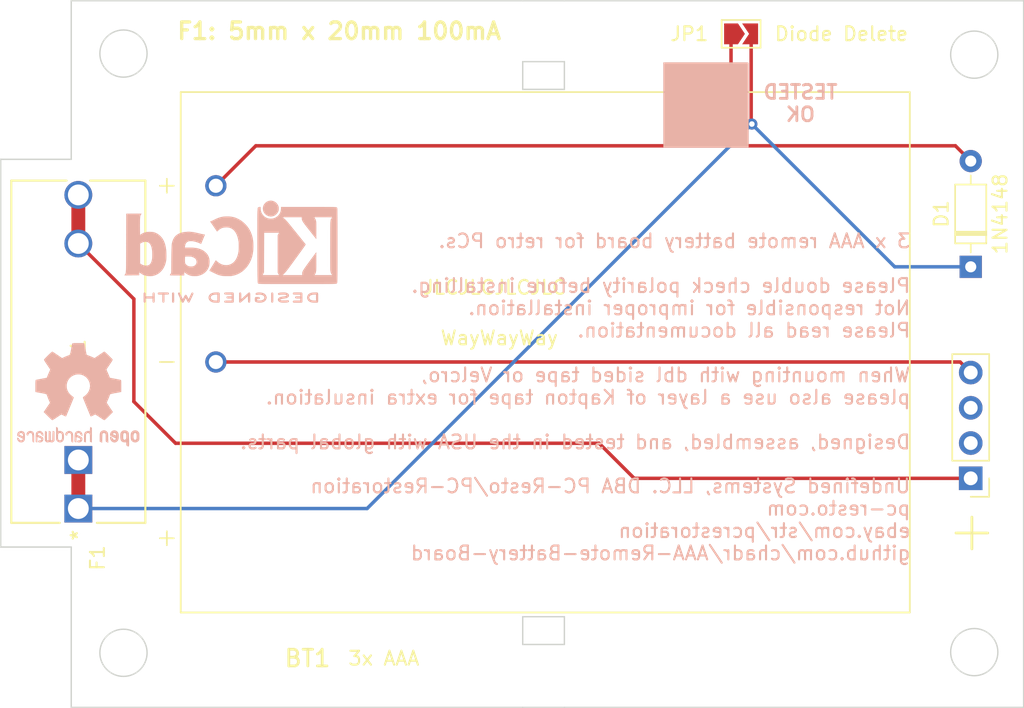
<source format=kicad_pcb>
(kicad_pcb (version 20240108) (generator "pcbnew") (generator_version "8.0")
  (layers (0 "F.Cu" signal) (31 "B.Cu" signal) (34 "B.Paste" user) (35 "F.Paste" user) (36 "B.SilkS" user "B.Silkscreen") (37 "F.SilkS" user "F.Silkscreen") (38 "B.Mask" user) (39 "F.Mask" user) (44 "Edge.Cuts" user))
  (net 0 "")
  (net 1 "Net-(D1-A)")
  (net 2 "Net-(J1-Pin_4)")
  (net 3 "Net-(D1-K)")
  (net 6 "Net-(J1-Pin_1)")
  (footprint "Connector_PinHeader_2.54mm:PinHeader_1x04_P2.54mm_Vertical" (layer "F.Cu") (at 175.26 89.027 180)
    (property "Reference" "J1" (hide yes))
    (property "Value" "To Mobo" (hide yes))
    (pad "1" thru_hole rect (at 0 0 180) (size 1.7 1.7) (drill 1) (layers "*.Cu" "*.Mask") (net 6 "Net-(J1-Pin_1)"))
    (pad "2" thru_hole oval (at 0 2.54 180) (size 1.7 1.7) (drill 1) (layers "*.Cu" "*.Mask"))
    (pad "3" thru_hole oval (at 0 5.08 180) (size 1.7 1.7) (drill 1) (layers "*.Cu" "*.Mask"))
    (pad "4" thru_hole oval (at 0 7.62 180) (size 1.7 1.7) (drill 1) (layers "*.Cu" "*.Mask") (net 2 "Net-(J1-Pin_4)"))
  )
  (footprint "Jumper:SolderJumper-2_P1.3mm_Open_TrianglePad1.0x1.5mm" (layer "F.Cu") (at 158.725 57)
    (property "Reference" "JP1" (at -3.725 0 0) (layer "F.SilkS"))
    (property "Value" "Diode Delete" (at 7.225 0 0) (layer "F.SilkS"))
    (pad "1" smd custom (at -0.725 0) (size 0.3 0.3) (layers "F.Cu" "F.Mask") (net 1 "Net-(D1-A)") (options (clearance outline) (anchor rect)) (primitives (gr_poly (pts (xy 1 0) (xy 0.5 0.75) (xy -0.5 0.75) (xy -0.5 -0.75) (xy 0.5 -0.75)) (width 0) (fill yes))))
    (pad "2" smd custom (at 0.725 0) (size 0.3 0.3) (layers "F.Cu" "F.Mask") (net 3 "Net-(D1-K)") (options (clearance outline) (anchor rect)) (primitives (gr_poly (pts (xy 0.5 0.75) (xy -0.65 0.75) (xy -0.15 0) (xy -0.65 -0.75) (xy 0.5 -0.75)) (width 0) (fill yes))))
  )
  (footprint "PCRestoLib:UniversalGreenFuseHolder" (layer "F.Cu") (at 111 91.205425 90)
    (property "Reference" "F1" (at 11.3 0 90) (layer "F.SilkS"))
    (property "Value" "100mA")
    (fp_line (start 19.1 0) (end 22.6 0) (stroke (width 1)) (layer "F.Cu"))
    (fp_line (start 0 0) (end 3.5 0) (stroke (width 1)) (layer "F.Cu"))
    (fp_text user "${REFERENCE}" (at -3.56 1.383 90) (layer "F.SilkS"))
    (fp_text user "*" (at -1.9207 0 90) (layer "F.SilkS"))
    (fp_text user "*" (at -1.9207 0 90) (layer "F.SilkS"))
    (pad "1" thru_hole rect (at 0 0 90) (size 2.0066 2.0066) (drill 1.4986) (layers "*.Cu" "*.Mask") (net 3 "Net-(D1-K)"))
    (pad "1" thru_hole rect (at 3.5 0 90) (size 2.0066 2.0066) (drill 1.4986) (layers "*.Cu" "*.Mask") (net 3 "Net-(D1-K)"))
    (pad "2" thru_hole circle (at 19.1 0 90) (size 2.0066 2.0066) (drill 1.4986) (layers "*.Cu" "*.Mask") (net 6 "Net-(J1-Pin_1)"))
    (pad "2" thru_hole circle (at 22.6 0 90) (size 2.0066 2.0066) (drill 1.4986) (layers "*.Cu" "*.Mask") (net 6 "Net-(J1-Pin_1)"))
  )
  (footprint "Diode_THT:D_DO-35_SOD27_P7.62mm_Horizontal" (layer "F.Cu") (at 175.26 73.787 90)
    (property "Reference" "D1" (at 3.81 -2.12 90) (layer "F.SilkS"))
    (property "Value" "1N4148" (at 3.81 2.12 90) (layer "F.SilkS"))
    (pad "1" thru_hole rect (at 0 0 90) (size 1.6 1.6) (drill 0.8) (layers "*.Cu" "*.Mask") (net 3 "Net-(D1-K)"))
    (pad "2" thru_hole oval (at 7.62 0 90) (size 1.6 1.6) (drill 0.8) (layers "*.Cu" "*.Mask") (net 1 "Net-(D1-A)"))
  )
  (footprint "2479:BAT_2479" (layer "F.Cu") (at 144.624 79.945 180)
    (property "Reference" "BT1" (at 17.124 -22.055 0) (layer "F.SilkS") (effects (font (size 1.2 1.2) (thickness 0.2) (bold yes))))
    (property "Value" "3x AAA" (at 11.624 -22.055 0) (layer "F.SilkS"))
    (pad "" np_thru_hole circle (at 0 -12 180) (size 3.45 3.45) (drill 3.45) (layers "*.Cu" "*.Mask"))
    (pad "" np_thru_hole circle (at 0 12 180) (size 3.45 3.45) (drill 3.45) (layers "*.Cu" "*.Mask"))
    (pad "N" thru_hole circle (at 23.72 -0.7 180) (size 1.53 1.53) (drill 1.02) (layers "*.Cu" "*.Mask") (net 2 "Net-(J1-Pin_4)"))
    (pad "P" thru_hole circle (at 23.72 12 180) (size 1.53 1.53) (drill 1.02) (layers "*.Cu" "*.Mask") (net 1 "Net-(D1-A)"))
  )
  (footprint "Symbol:KiCad-Logo2_6mm_SilkScreen" (layer "B.Cu") (at 122 72 180)
    (property "Reference" "KiCad Logo" (hide yes))
    (property "Value" "KiCad-Logo2_6mm_SilkScreen" (hide yes))
  )
  (footprint "Symbol:OSHW-Logo2_9.8x8mm_SilkScreen" (layer "B.Cu") (at 111 83 180)
    (property "Reference" "Open Hardware Logo" (hide yes))
    (property "Value" "OSHW-Logo2_9.8x8mm_SilkScreen" (hide yes))
  )
  (gr_rect (start 153.198 59.127) (end 159.198 65.127) (stroke (width 0.15)) (fill solid) (layer "B.SilkS"))
  (gr_line (start 146 99) (end 146 101) (stroke (width 0.1)) (layer "Edge.Cuts"))
  (gr_circle (center 114.251 101.6) (end 115.951 101.6) (stroke (width 0.1)) (fill none) (layer "Edge.Cuts"))
  (gr_line (start 110.49 93.98) (end 110.49 105.537) (stroke (width 0.1)) (layer "Edge.Cuts"))
  (gr_circle (center 175.514 58.498) (end 177.214 58.498) (stroke (width 0.1)) (fill none) (layer "Edge.Cuts"))
  (gr_line (start 143 61) (end 146 61) (stroke (width 0.1)) (layer "Edge.Cuts"))
  (gr_line (start 105.41 93.98) (end 110.49 93.98) (stroke (width 0.1)) (layer "Edge.Cuts"))
  (gr_line (start 110.49 54.61) (end 110.49 66.04) (stroke (width 0.1)) (layer "Edge.Cuts"))
  (gr_line (start 179.07 105.537) (end 179.07 54.61) (stroke (width 0.1)) (layer "Edge.Cuts"))
  (gr_line (start 146 105.537) (end 143 105.537) (stroke (width 0.1)) (layer "Edge.Cuts"))
  (gr_line (start 179.07 54.61) (end 146 54.61) (stroke (width 0.1)) (layer "Edge.Cuts"))
  (gr_line (start 143 101) (end 143 99) (stroke (width 0.1)) (layer "Edge.Cuts"))
  (gr_line (start 146 105.537) (end 179.07 105.537) (stroke (width 0.1)) (layer "Edge.Cuts"))
  (gr_line (start 143 99) (end 146 99) (stroke (width 0.1)) (layer "Edge.Cuts"))
  (gr_circle (center 114.251 58.42) (end 115.951 58.42) (stroke (width 0.1)) (fill none) (layer "Edge.Cuts"))
  (gr_line (start 146 54.61) (end 143 54.61) (stroke (width 0.1)) (layer "Edge.Cuts"))
  (gr_line (start 110.49 105.537) (end 143 105.537) (stroke (width 0.1)) (layer "Edge.Cuts"))
  (gr_line (start 143 101) (end 146 101) (stroke (width 0.1)) (layer "Edge.Cuts"))
  (gr_line (start 146 61) (end 146 59) (stroke (width 0.1)) (layer "Edge.Cuts"))
  (gr_line (start 143 54.61) (end 110.49 54.61) (stroke (width 0.1)) (layer "Edge.Cuts"))
  (gr_line (start 143 59) (end 146 59) (stroke (width 0.1)) (layer "Edge.Cuts"))
  (gr_circle (center 175.514 101.551) (end 177.214 101.551) (stroke (width 0.1)) (fill none) (layer "Edge.Cuts"))
  (gr_line (start 105.41 66.04) (end 105.41 93.98) (stroke (width 0.1)) (layer "Edge.Cuts"))
  (gr_line (start 110.49 66.04) (end 105.41 66.04) (stroke (width 0.1)) (layer "Edge.Cuts"))
  (gr_line (start 143 59) (end 143 61) (stroke (width 0.1)) (layer "Edge.Cuts"))
  (gr_text "TESTED\nOK" (at 163 62 0) (layer "B.SilkS") (effects (font (size 1 1) (thickness 0.2) (bold yes)) (justify mirror)))
  (gr_text "Undefined Systems, LLC. DBA PC-Resto/PC-Restoration\npc-resto.com\nebay.com/str/pcrestoration\ngithub.com/chadr/AAA-Remote-Battery-Board" (at 171 95 0) (layer "B.SilkS") (effects (font (size 1 1)) (justify left bottom mirror)))
  (gr_text "3 x AAA remote battery board for retro PCs.\n\nPlease double check polarity before installing.\nNot responsible for improper installation.\nPlease read all documentation.\n\nWhen mounting with dbl sided tape or Velcro,\nplease also use a layer of Kapton tape for extra insulation.\n\nDesigned, assembled, and tested in the USA with global parts." (at 171 87 0) (layer "B.SilkS") (effects (font (size 1 1)) (justify left bottom mirror)))
  (gr_text "F1: 5mm x 20mm 100mA" (at 118 57.5 0) (layer "F.SilkS") (effects (font (size 1.2 1.2) (thickness 0.24) (bold yes)) (justify left bottom)))
  (gr_text "JLCJLCJLCJLC" (at 135.73 75.86 0) (layer "F.SilkS") (effects (font (size 1 1)) (justify left bottom)))
  (gr_text "WayWayWay" (at 137 79.5 0) (layer "F.SilkS") (effects (font (size 1 1)) (justify left bottom)))
  (gr_text "+" (at 173.355 94.488 0) (layer "F.SilkS") (effects (font (size 3 3) (thickness 0.2) (bold yes)) (justify left bottom)))
  (segment (start 174.160001 65.067001) (end 158 65.067001) (width 0.25) (layer "F.Cu") (net 1))
  (segment (start 123.781999 65.067001) (end 120.904 67.945) (width 0.25) (layer "F.Cu") (net 1))
  (segment (start 158 65.067001) (end 123.781999 65.067001) (width 0.25) (layer "F.Cu") (net 1))
  (segment (start 158 57) (end 158 65.067001) (width 0.25) (layer "F.Cu") (net 1))
  (segment (start 175.26 66.167) (end 174.160001 65.067001) (width 0.25) (layer "F.Cu") (net 1))
  (segment (start 120.904 80.645) (end 174.498 80.645) (width 0.25) (layer "F.Cu") (net 2))
  (segment (start 174.498 80.645) (end 175.26 81.407) (width 0.25) (layer "F.Cu") (net 2))
  (segment (start 159.45 63.45) (end 159.5 63.5) (width 0.25) (layer "F.Cu") (net 3))
  (segment (start 159.45 57) (end 159.45 63.45) (width 0.25) (layer "F.Cu") (net 3))
  (via (at 159.5 63.5) (size 0.8) (drill 0.4) (layers "F.Cu" "B.Cu") (net 3))
  (segment (start 111 91.205425) (end 131.794575 91.205425) (width 0.25) (layer "B.Cu") (net 3))
  (segment (start 159.5 63.5) (end 169.787 73.787) (width 0.25) (layer "B.Cu") (net 3))
  (segment (start 169.787 73.787) (end 175.26 73.787) (width 0.25) (layer "B.Cu") (net 3))
  (segment (start 131.794575 91.205425) (end 159.5 63.5) (width 0.25) (layer "B.Cu") (net 3))
  (segment (start 151.027 89.027) (end 148.5 86.5) (width 0.25) (layer "F.Cu") (net 6))
  (segment (start 118 86.5) (end 115 83.5) (width 0.25) (layer "F.Cu") (net 6))
  (segment (start 148.5 86.5) (end 118 86.5) (width 0.25) (layer "F.Cu") (net 6))
  (segment (start 115 83.5) (end 115 76.105425) (width 0.25) (layer "F.Cu") (net 6))
  (segment (start 115 76.105425) (end 111.583363 72.688788) (width 0.25) (layer "F.Cu") (net 6))
  (segment (start 175.26 89.027) (end 151.027 89.027) (width 0.25) (layer "F.Cu") (net 6))
)
</source>
